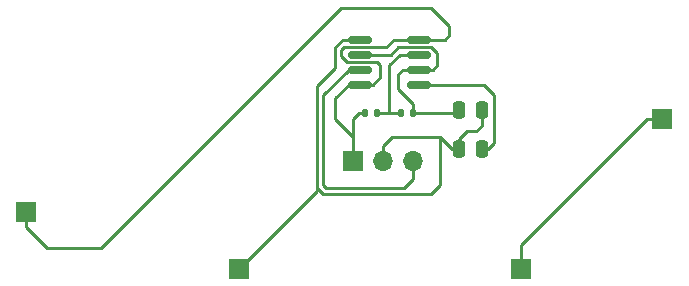
<source format=gbr>
%TF.GenerationSoftware,KiCad,Pcbnew,(6.0.8)*%
%TF.CreationDate,2022-10-18T22:13:00+02:00*%
%TF.ProjectId,test_project_1,74657374-5f70-4726-9f6a-6563745f312e,rev?*%
%TF.SameCoordinates,Original*%
%TF.FileFunction,Copper,L1,Top*%
%TF.FilePolarity,Positive*%
%FSLAX46Y46*%
G04 Gerber Fmt 4.6, Leading zero omitted, Abs format (unit mm)*
G04 Created by KiCad (PCBNEW (6.0.8)) date 2022-10-18 22:13:00*
%MOMM*%
%LPD*%
G01*
G04 APERTURE LIST*
G04 Aperture macros list*
%AMRoundRect*
0 Rectangle with rounded corners*
0 $1 Rounding radius*
0 $2 $3 $4 $5 $6 $7 $8 $9 X,Y pos of 4 corners*
0 Add a 4 corners polygon primitive as box body*
4,1,4,$2,$3,$4,$5,$6,$7,$8,$9,$2,$3,0*
0 Add four circle primitives for the rounded corners*
1,1,$1+$1,$2,$3*
1,1,$1+$1,$4,$5*
1,1,$1+$1,$6,$7*
1,1,$1+$1,$8,$9*
0 Add four rect primitives between the rounded corners*
20,1,$1+$1,$2,$3,$4,$5,0*
20,1,$1+$1,$4,$5,$6,$7,0*
20,1,$1+$1,$6,$7,$8,$9,0*
20,1,$1+$1,$8,$9,$2,$3,0*%
G04 Aperture macros list end*
%TA.AperFunction,ComponentPad*%
%ADD10R,1.700000X1.700000*%
%TD*%
%TA.AperFunction,SMDPad,CuDef*%
%ADD11RoundRect,0.150000X-0.825000X-0.150000X0.825000X-0.150000X0.825000X0.150000X-0.825000X0.150000X0*%
%TD*%
%TA.AperFunction,SMDPad,CuDef*%
%ADD12RoundRect,0.135000X-0.135000X-0.185000X0.135000X-0.185000X0.135000X0.185000X-0.135000X0.185000X0*%
%TD*%
%TA.AperFunction,ComponentPad*%
%ADD13O,1.700000X1.700000*%
%TD*%
%TA.AperFunction,SMDPad,CuDef*%
%ADD14RoundRect,0.250000X0.250000X0.475000X-0.250000X0.475000X-0.250000X-0.475000X0.250000X-0.475000X0*%
%TD*%
%TA.AperFunction,SMDPad,CuDef*%
%ADD15RoundRect,0.250000X-0.250000X-0.475000X0.250000X-0.475000X0.250000X0.475000X-0.250000X0.475000X0*%
%TD*%
%TA.AperFunction,Conductor*%
%ADD16C,0.250000*%
%TD*%
G04 APERTURE END LIST*
D10*
%TO.P,J_N7,1,Pin_1*%
%TO.N,Net-(J_P8-Pad1)*%
X160782000Y-95504000D03*
%TD*%
%TO.P,J_N1,1,Pin_1*%
%TO.N,GND*%
X124968000Y-108204000D03*
%TD*%
%TO.P,J_P2,1,Pin_1*%
%TO.N,+12V*%
X106934000Y-103378000D03*
%TD*%
%TO.P,J_P8,1,Pin_1*%
%TO.N,Net-(J_P8-Pad1)*%
X148844000Y-108204000D03*
%TD*%
D11*
%TO.P,U1,1,GND*%
%TO.N,GND*%
X135193000Y-88771000D03*
%TO.P,U1,2,TR*%
%TO.N,Net-(C1-Pad1)*%
X135193000Y-90041000D03*
%TO.P,U1,3,Q*%
%TO.N,Net-(J1-Pad3)*%
X135193000Y-91311000D03*
%TO.P,U1,4,R*%
%TO.N,+12V*%
X135193000Y-92581000D03*
%TO.P,U1,5,CV*%
%TO.N,Net-(C2-Pad1)*%
X140143000Y-92581000D03*
%TO.P,U1,6,THR*%
%TO.N,Net-(C1-Pad1)*%
X140143000Y-91311000D03*
%TO.P,U1,7,DIS*%
%TO.N,Net-(RA1-Pad2)*%
X140143000Y-90041000D03*
%TO.P,U1,8,VCC*%
%TO.N,+12V*%
X140143000Y-88771000D03*
%TD*%
D12*
%TO.P,RB1,1*%
%TO.N,Net-(RA1-Pad2)*%
X138682000Y-94996000D03*
%TO.P,RB1,2*%
%TO.N,Net-(C1-Pad1)*%
X139702000Y-94996000D03*
%TD*%
%TO.P,RA1,2*%
%TO.N,Net-(RA1-Pad2)*%
X136654000Y-94996000D03*
%TO.P,RA1,1*%
%TO.N,+12V*%
X135634000Y-94996000D03*
%TD*%
D13*
%TO.P,J1,3,Pin_3*%
%TO.N,Net-(J1-Pad3)*%
X139700000Y-99060000D03*
%TO.P,J1,2,Pin_2*%
%TO.N,GND*%
X137160000Y-99060000D03*
D10*
%TO.P,J1,1,Pin_1*%
%TO.N,+12V*%
X134620000Y-99060000D03*
%TD*%
D14*
%TO.P,C2,1*%
%TO.N,Net-(C2-Pad1)*%
X145476000Y-98044000D03*
%TO.P,C2,2*%
%TO.N,GND*%
X143576000Y-98044000D03*
%TD*%
D15*
%TO.P,C1,1*%
%TO.N,Net-(C1-Pad1)*%
X143576000Y-94742000D03*
%TO.P,C1,2*%
%TO.N,GND*%
X145476000Y-94742000D03*
%TD*%
D16*
%TO.N,Net-(J_P8-Pad1)*%
X159512000Y-95504000D02*
X160782000Y-95504000D01*
X148844000Y-106172000D02*
X159512000Y-95504000D01*
X148844000Y-108204000D02*
X148844000Y-106172000D01*
%TO.N,GND*%
X124968000Y-108204000D02*
X131572000Y-101600000D01*
X131572000Y-100584000D02*
X131572000Y-92710000D01*
X131572000Y-101600000D02*
X131572000Y-100584000D01*
X131572000Y-101346000D02*
X131572000Y-100584000D01*
%TO.N,+12V*%
X142369000Y-88771000D02*
X140143000Y-88771000D01*
X142748000Y-88392000D02*
X142369000Y-88771000D01*
X133604000Y-86106000D02*
X141224000Y-86106000D01*
X142748000Y-87630000D02*
X142748000Y-88392000D01*
X113284000Y-106426000D02*
X133604000Y-86106000D01*
X108712000Y-106426000D02*
X113284000Y-106426000D01*
X141224000Y-86106000D02*
X142748000Y-87630000D01*
X106934000Y-104648000D02*
X108712000Y-106426000D01*
X106934000Y-103378000D02*
X106934000Y-104648000D01*
%TO.N,GND*%
X133733000Y-88771000D02*
X135193000Y-88771000D01*
X133096000Y-89408000D02*
X133733000Y-88771000D01*
X133096000Y-91186000D02*
X133096000Y-89408000D01*
X131572000Y-92710000D02*
X133096000Y-91186000D01*
X132080000Y-101854000D02*
X131572000Y-101346000D01*
X141224000Y-101854000D02*
X132080000Y-101854000D01*
X141986000Y-101092000D02*
X141224000Y-101854000D01*
X141986000Y-97028000D02*
X141986000Y-101092000D01*
%TO.N,+12V*%
X138051000Y-88771000D02*
X140143000Y-88771000D01*
X137414000Y-89408000D02*
X138051000Y-88771000D01*
X133858000Y-89408000D02*
X137414000Y-89408000D01*
X134112000Y-90678000D02*
X133604000Y-90170000D01*
X136906000Y-91948000D02*
X136906000Y-90932000D01*
X133604000Y-89662000D02*
X133858000Y-89408000D01*
X136273000Y-92581000D02*
X136906000Y-91948000D01*
X136906000Y-90932000D02*
X136652000Y-90678000D01*
X136652000Y-90678000D02*
X134112000Y-90678000D01*
X135193000Y-92581000D02*
X136273000Y-92581000D01*
X133604000Y-90170000D02*
X133604000Y-89662000D01*
%TO.N,Net-(C1-Pad1)*%
X137797000Y-90041000D02*
X135193000Y-90041000D01*
X138430000Y-89408000D02*
X137797000Y-90041000D01*
X141224000Y-89408000D02*
X138430000Y-89408000D01*
X141732000Y-89916000D02*
X141224000Y-89408000D01*
X141732000Y-90932000D02*
X141732000Y-89916000D01*
X141353000Y-91311000D02*
X141732000Y-90932000D01*
X140143000Y-91311000D02*
X141353000Y-91311000D01*
%TO.N,Net-(RA1-Pad2)*%
X138559000Y-90041000D02*
X140143000Y-90041000D01*
X137668000Y-90932000D02*
X138559000Y-90041000D01*
X137668000Y-94996000D02*
X137668000Y-90932000D01*
X137668000Y-94996000D02*
X138682000Y-94996000D01*
X136654000Y-94996000D02*
X137668000Y-94996000D01*
%TO.N,Net-(C2-Pad1)*%
X145667000Y-92581000D02*
X140143000Y-92581000D01*
X146558000Y-93472000D02*
X145667000Y-92581000D01*
X146558000Y-97536000D02*
X146558000Y-93472000D01*
X146050000Y-98044000D02*
X146558000Y-97536000D01*
X145476000Y-98044000D02*
X146050000Y-98044000D01*
%TO.N,Net-(C1-Pad1)*%
X139702000Y-94236000D02*
X138430000Y-92964000D01*
X138430000Y-92964000D02*
X138430000Y-91690000D01*
X138430000Y-91690000D02*
X138809000Y-91311000D01*
X139702000Y-94996000D02*
X139702000Y-94236000D01*
%TO.N,Net-(J1-Pad3)*%
X134241000Y-91311000D02*
X135193000Y-91311000D01*
X132080000Y-93472000D02*
X134241000Y-91311000D01*
X132080000Y-101092000D02*
X132080000Y-93472000D01*
X132334000Y-101346000D02*
X132080000Y-101092000D01*
X138938000Y-101346000D02*
X132334000Y-101346000D01*
X139700000Y-100584000D02*
X138938000Y-101346000D01*
X139700000Y-99060000D02*
X139700000Y-100584000D01*
%TO.N,GND*%
X137160000Y-97790000D02*
X137160000Y-99060000D01*
X137922000Y-97028000D02*
X137160000Y-97790000D01*
X141986000Y-97028000D02*
X137922000Y-97028000D01*
X143002000Y-98044000D02*
X141986000Y-97028000D01*
X143576000Y-98044000D02*
X143002000Y-98044000D01*
X145476000Y-96078000D02*
X145476000Y-94996000D01*
X145034000Y-96520000D02*
X145476000Y-96078000D01*
X144272000Y-96520000D02*
X145034000Y-96520000D01*
X143576000Y-98044000D02*
X143576000Y-97216000D01*
X143576000Y-97216000D02*
X144272000Y-96520000D01*
%TO.N,Net-(C1-Pad1)*%
X140143000Y-91311000D02*
X138809000Y-91311000D01*
X141986000Y-94996000D02*
X143576000Y-94996000D01*
X139702000Y-94996000D02*
X141986000Y-94996000D01*
%TO.N,+12V*%
X134620000Y-95504000D02*
X135128000Y-94996000D01*
X134620000Y-97028000D02*
X134620000Y-95504000D01*
X135128000Y-94996000D02*
X135634000Y-94996000D01*
X133096000Y-95504000D02*
X133096000Y-93726000D01*
X134620000Y-97028000D02*
X133096000Y-95504000D01*
X134620000Y-99060000D02*
X134620000Y-97028000D01*
X133096000Y-93726000D02*
X134241000Y-92581000D01*
X134241000Y-92581000D02*
X135193000Y-92581000D01*
%TD*%
M02*

</source>
